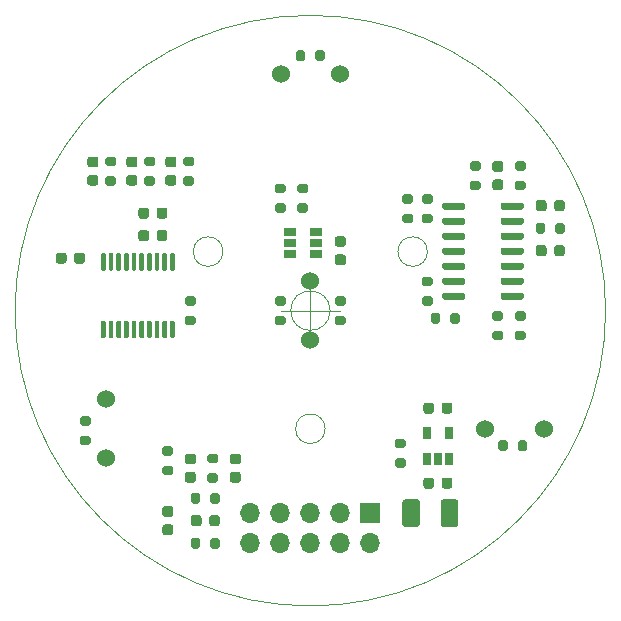
<source format=gbr>
%TF.GenerationSoftware,KiCad,Pcbnew,(5.1.10)-1*%
%TF.CreationDate,2021-07-18T17:44:11+03:00*%
%TF.ProjectId,Flow,466c6f77-2e6b-4696-9361-645f70636258,rev?*%
%TF.SameCoordinates,Original*%
%TF.FileFunction,Soldermask,Top*%
%TF.FilePolarity,Negative*%
%FSLAX46Y46*%
G04 Gerber Fmt 4.6, Leading zero omitted, Abs format (unit mm)*
G04 Created by KiCad (PCBNEW (5.1.10)-1) date 2021-07-18 17:44:11*
%MOMM*%
%LPD*%
G01*
G04 APERTURE LIST*
%TA.AperFunction,Profile*%
%ADD10C,0.050000*%
%TD*%
%ADD11R,1.060000X0.650000*%
%ADD12R,0.650000X1.060000*%
%ADD13C,1.524000*%
%ADD14O,1.700000X1.700000*%
%ADD15R,1.700000X1.700000*%
G04 APERTURE END LIST*
D10*
X-7410254Y5000000D02*
G75*
G03*
X-7410254Y5000000I-1250000J0D01*
G01*
X9910254Y5000000D02*
G75*
G03*
X9910254Y5000000I-1250000J0D01*
G01*
X1250000Y-10000000D02*
G75*
G03*
X1250000Y-10000000I-1250000J0D01*
G01*
X1666666Y0D02*
G75*
G03*
X1666666Y0I-1666666J0D01*
G01*
X-2500000Y0D02*
X2500000Y0D01*
X0Y2500000D02*
X0Y-2500000D01*
X25000000Y0D02*
G75*
G03*
X25000000Y0I-25000000J0D01*
G01*
%TO.C,C4*%
G36*
G01*
X10470000Y-8005000D02*
X10470000Y-8505000D01*
G75*
G02*
X10245000Y-8730000I-225000J0D01*
G01*
X9795000Y-8730000D01*
G75*
G02*
X9570000Y-8505000I0J225000D01*
G01*
X9570000Y-8005000D01*
G75*
G02*
X9795000Y-7780000I225000J0D01*
G01*
X10245000Y-7780000D01*
G75*
G02*
X10470000Y-8005000I0J-225000D01*
G01*
G37*
G36*
G01*
X12020000Y-8005000D02*
X12020000Y-8505000D01*
G75*
G02*
X11795000Y-8730000I-225000J0D01*
G01*
X11345000Y-8730000D01*
G75*
G02*
X11120000Y-8505000I0J225000D01*
G01*
X11120000Y-8005000D01*
G75*
G02*
X11345000Y-7780000I225000J0D01*
G01*
X11795000Y-7780000D01*
G75*
G02*
X12020000Y-8005000I0J-225000D01*
G01*
G37*
%TD*%
%TO.C,U3*%
G36*
G01*
X16100000Y8690000D02*
X16100000Y8990000D01*
G75*
G02*
X16250000Y9140000I150000J0D01*
G01*
X17900000Y9140000D01*
G75*
G02*
X18050000Y8990000I0J-150000D01*
G01*
X18050000Y8690000D01*
G75*
G02*
X17900000Y8540000I-150000J0D01*
G01*
X16250000Y8540000D01*
G75*
G02*
X16100000Y8690000I0J150000D01*
G01*
G37*
G36*
G01*
X16100000Y7420000D02*
X16100000Y7720000D01*
G75*
G02*
X16250000Y7870000I150000J0D01*
G01*
X17900000Y7870000D01*
G75*
G02*
X18050000Y7720000I0J-150000D01*
G01*
X18050000Y7420000D01*
G75*
G02*
X17900000Y7270000I-150000J0D01*
G01*
X16250000Y7270000D01*
G75*
G02*
X16100000Y7420000I0J150000D01*
G01*
G37*
G36*
G01*
X16100000Y6150000D02*
X16100000Y6450000D01*
G75*
G02*
X16250000Y6600000I150000J0D01*
G01*
X17900000Y6600000D01*
G75*
G02*
X18050000Y6450000I0J-150000D01*
G01*
X18050000Y6150000D01*
G75*
G02*
X17900000Y6000000I-150000J0D01*
G01*
X16250000Y6000000D01*
G75*
G02*
X16100000Y6150000I0J150000D01*
G01*
G37*
G36*
G01*
X16100000Y4880000D02*
X16100000Y5180000D01*
G75*
G02*
X16250000Y5330000I150000J0D01*
G01*
X17900000Y5330000D01*
G75*
G02*
X18050000Y5180000I0J-150000D01*
G01*
X18050000Y4880000D01*
G75*
G02*
X17900000Y4730000I-150000J0D01*
G01*
X16250000Y4730000D01*
G75*
G02*
X16100000Y4880000I0J150000D01*
G01*
G37*
G36*
G01*
X16100000Y3610000D02*
X16100000Y3910000D01*
G75*
G02*
X16250000Y4060000I150000J0D01*
G01*
X17900000Y4060000D01*
G75*
G02*
X18050000Y3910000I0J-150000D01*
G01*
X18050000Y3610000D01*
G75*
G02*
X17900000Y3460000I-150000J0D01*
G01*
X16250000Y3460000D01*
G75*
G02*
X16100000Y3610000I0J150000D01*
G01*
G37*
G36*
G01*
X16100000Y2340000D02*
X16100000Y2640000D01*
G75*
G02*
X16250000Y2790000I150000J0D01*
G01*
X17900000Y2790000D01*
G75*
G02*
X18050000Y2640000I0J-150000D01*
G01*
X18050000Y2340000D01*
G75*
G02*
X17900000Y2190000I-150000J0D01*
G01*
X16250000Y2190000D01*
G75*
G02*
X16100000Y2340000I0J150000D01*
G01*
G37*
G36*
G01*
X16100000Y1070000D02*
X16100000Y1370000D01*
G75*
G02*
X16250000Y1520000I150000J0D01*
G01*
X17900000Y1520000D01*
G75*
G02*
X18050000Y1370000I0J-150000D01*
G01*
X18050000Y1070000D01*
G75*
G02*
X17900000Y920000I-150000J0D01*
G01*
X16250000Y920000D01*
G75*
G02*
X16100000Y1070000I0J150000D01*
G01*
G37*
G36*
G01*
X11150000Y1070000D02*
X11150000Y1370000D01*
G75*
G02*
X11300000Y1520000I150000J0D01*
G01*
X12950000Y1520000D01*
G75*
G02*
X13100000Y1370000I0J-150000D01*
G01*
X13100000Y1070000D01*
G75*
G02*
X12950000Y920000I-150000J0D01*
G01*
X11300000Y920000D01*
G75*
G02*
X11150000Y1070000I0J150000D01*
G01*
G37*
G36*
G01*
X11150000Y2340000D02*
X11150000Y2640000D01*
G75*
G02*
X11300000Y2790000I150000J0D01*
G01*
X12950000Y2790000D01*
G75*
G02*
X13100000Y2640000I0J-150000D01*
G01*
X13100000Y2340000D01*
G75*
G02*
X12950000Y2190000I-150000J0D01*
G01*
X11300000Y2190000D01*
G75*
G02*
X11150000Y2340000I0J150000D01*
G01*
G37*
G36*
G01*
X11150000Y3610000D02*
X11150000Y3910000D01*
G75*
G02*
X11300000Y4060000I150000J0D01*
G01*
X12950000Y4060000D01*
G75*
G02*
X13100000Y3910000I0J-150000D01*
G01*
X13100000Y3610000D01*
G75*
G02*
X12950000Y3460000I-150000J0D01*
G01*
X11300000Y3460000D01*
G75*
G02*
X11150000Y3610000I0J150000D01*
G01*
G37*
G36*
G01*
X11150000Y4880000D02*
X11150000Y5180000D01*
G75*
G02*
X11300000Y5330000I150000J0D01*
G01*
X12950000Y5330000D01*
G75*
G02*
X13100000Y5180000I0J-150000D01*
G01*
X13100000Y4880000D01*
G75*
G02*
X12950000Y4730000I-150000J0D01*
G01*
X11300000Y4730000D01*
G75*
G02*
X11150000Y4880000I0J150000D01*
G01*
G37*
G36*
G01*
X11150000Y6150000D02*
X11150000Y6450000D01*
G75*
G02*
X11300000Y6600000I150000J0D01*
G01*
X12950000Y6600000D01*
G75*
G02*
X13100000Y6450000I0J-150000D01*
G01*
X13100000Y6150000D01*
G75*
G02*
X12950000Y6000000I-150000J0D01*
G01*
X11300000Y6000000D01*
G75*
G02*
X11150000Y6150000I0J150000D01*
G01*
G37*
G36*
G01*
X11150000Y7420000D02*
X11150000Y7720000D01*
G75*
G02*
X11300000Y7870000I150000J0D01*
G01*
X12950000Y7870000D01*
G75*
G02*
X13100000Y7720000I0J-150000D01*
G01*
X13100000Y7420000D01*
G75*
G02*
X12950000Y7270000I-150000J0D01*
G01*
X11300000Y7270000D01*
G75*
G02*
X11150000Y7420000I0J150000D01*
G01*
G37*
G36*
G01*
X11150000Y8690000D02*
X11150000Y8990000D01*
G75*
G02*
X11300000Y9140000I150000J0D01*
G01*
X12950000Y9140000D01*
G75*
G02*
X13100000Y8990000I0J-150000D01*
G01*
X13100000Y8690000D01*
G75*
G02*
X12950000Y8540000I-150000J0D01*
G01*
X11300000Y8540000D01*
G75*
G02*
X11150000Y8690000I0J150000D01*
G01*
G37*
%TD*%
D11*
%TO.C,U1*%
X465000Y5715000D03*
X465000Y6665000D03*
X465000Y4765000D03*
X-1735000Y4765000D03*
X-1735000Y5715000D03*
X-1735000Y6665000D03*
%TD*%
%TO.C,C2*%
G36*
G01*
X11035000Y-18070000D02*
X11035000Y-16220000D01*
G75*
G02*
X11285000Y-15970000I250000J0D01*
G01*
X12285000Y-15970000D01*
G75*
G02*
X12535000Y-16220000I0J-250000D01*
G01*
X12535000Y-18070000D01*
G75*
G02*
X12285000Y-18320000I-250000J0D01*
G01*
X11285000Y-18320000D01*
G75*
G02*
X11035000Y-18070000I0J250000D01*
G01*
G37*
G36*
G01*
X7785000Y-18070000D02*
X7785000Y-16220000D01*
G75*
G02*
X8035000Y-15970000I250000J0D01*
G01*
X9035000Y-15970000D01*
G75*
G02*
X9285000Y-16220000I0J-250000D01*
G01*
X9285000Y-18070000D01*
G75*
G02*
X9035000Y-18320000I-250000J0D01*
G01*
X8035000Y-18320000D01*
G75*
G02*
X7785000Y-18070000I0J250000D01*
G01*
G37*
%TD*%
%TO.C,U4*%
G36*
G01*
X-11780000Y-855000D02*
X-11580000Y-855000D01*
G75*
G02*
X-11480000Y-955000I0J-100000D01*
G01*
X-11480000Y-2230000D01*
G75*
G02*
X-11580000Y-2330000I-100000J0D01*
G01*
X-11780000Y-2330000D01*
G75*
G02*
X-11880000Y-2230000I0J100000D01*
G01*
X-11880000Y-955000D01*
G75*
G02*
X-11780000Y-855000I100000J0D01*
G01*
G37*
G36*
G01*
X-12430000Y-855000D02*
X-12230000Y-855000D01*
G75*
G02*
X-12130000Y-955000I0J-100000D01*
G01*
X-12130000Y-2230000D01*
G75*
G02*
X-12230000Y-2330000I-100000J0D01*
G01*
X-12430000Y-2330000D01*
G75*
G02*
X-12530000Y-2230000I0J100000D01*
G01*
X-12530000Y-955000D01*
G75*
G02*
X-12430000Y-855000I100000J0D01*
G01*
G37*
G36*
G01*
X-13080000Y-855000D02*
X-12880000Y-855000D01*
G75*
G02*
X-12780000Y-955000I0J-100000D01*
G01*
X-12780000Y-2230000D01*
G75*
G02*
X-12880000Y-2330000I-100000J0D01*
G01*
X-13080000Y-2330000D01*
G75*
G02*
X-13180000Y-2230000I0J100000D01*
G01*
X-13180000Y-955000D01*
G75*
G02*
X-13080000Y-855000I100000J0D01*
G01*
G37*
G36*
G01*
X-13730000Y-855000D02*
X-13530000Y-855000D01*
G75*
G02*
X-13430000Y-955000I0J-100000D01*
G01*
X-13430000Y-2230000D01*
G75*
G02*
X-13530000Y-2330000I-100000J0D01*
G01*
X-13730000Y-2330000D01*
G75*
G02*
X-13830000Y-2230000I0J100000D01*
G01*
X-13830000Y-955000D01*
G75*
G02*
X-13730000Y-855000I100000J0D01*
G01*
G37*
G36*
G01*
X-14380000Y-855000D02*
X-14180000Y-855000D01*
G75*
G02*
X-14080000Y-955000I0J-100000D01*
G01*
X-14080000Y-2230000D01*
G75*
G02*
X-14180000Y-2330000I-100000J0D01*
G01*
X-14380000Y-2330000D01*
G75*
G02*
X-14480000Y-2230000I0J100000D01*
G01*
X-14480000Y-955000D01*
G75*
G02*
X-14380000Y-855000I100000J0D01*
G01*
G37*
G36*
G01*
X-15030000Y-855000D02*
X-14830000Y-855000D01*
G75*
G02*
X-14730000Y-955000I0J-100000D01*
G01*
X-14730000Y-2230000D01*
G75*
G02*
X-14830000Y-2330000I-100000J0D01*
G01*
X-15030000Y-2330000D01*
G75*
G02*
X-15130000Y-2230000I0J100000D01*
G01*
X-15130000Y-955000D01*
G75*
G02*
X-15030000Y-855000I100000J0D01*
G01*
G37*
G36*
G01*
X-15680000Y-855000D02*
X-15480000Y-855000D01*
G75*
G02*
X-15380000Y-955000I0J-100000D01*
G01*
X-15380000Y-2230000D01*
G75*
G02*
X-15480000Y-2330000I-100000J0D01*
G01*
X-15680000Y-2330000D01*
G75*
G02*
X-15780000Y-2230000I0J100000D01*
G01*
X-15780000Y-955000D01*
G75*
G02*
X-15680000Y-855000I100000J0D01*
G01*
G37*
G36*
G01*
X-16330000Y-855000D02*
X-16130000Y-855000D01*
G75*
G02*
X-16030000Y-955000I0J-100000D01*
G01*
X-16030000Y-2230000D01*
G75*
G02*
X-16130000Y-2330000I-100000J0D01*
G01*
X-16330000Y-2330000D01*
G75*
G02*
X-16430000Y-2230000I0J100000D01*
G01*
X-16430000Y-955000D01*
G75*
G02*
X-16330000Y-855000I100000J0D01*
G01*
G37*
G36*
G01*
X-16980000Y-855000D02*
X-16780000Y-855000D01*
G75*
G02*
X-16680000Y-955000I0J-100000D01*
G01*
X-16680000Y-2230000D01*
G75*
G02*
X-16780000Y-2330000I-100000J0D01*
G01*
X-16980000Y-2330000D01*
G75*
G02*
X-17080000Y-2230000I0J100000D01*
G01*
X-17080000Y-955000D01*
G75*
G02*
X-16980000Y-855000I100000J0D01*
G01*
G37*
G36*
G01*
X-17630000Y-855000D02*
X-17430000Y-855000D01*
G75*
G02*
X-17330000Y-955000I0J-100000D01*
G01*
X-17330000Y-2230000D01*
G75*
G02*
X-17430000Y-2330000I-100000J0D01*
G01*
X-17630000Y-2330000D01*
G75*
G02*
X-17730000Y-2230000I0J100000D01*
G01*
X-17730000Y-955000D01*
G75*
G02*
X-17630000Y-855000I100000J0D01*
G01*
G37*
G36*
G01*
X-17630000Y4870000D02*
X-17430000Y4870000D01*
G75*
G02*
X-17330000Y4770000I0J-100000D01*
G01*
X-17330000Y3495000D01*
G75*
G02*
X-17430000Y3395000I-100000J0D01*
G01*
X-17630000Y3395000D01*
G75*
G02*
X-17730000Y3495000I0J100000D01*
G01*
X-17730000Y4770000D01*
G75*
G02*
X-17630000Y4870000I100000J0D01*
G01*
G37*
G36*
G01*
X-16980000Y4870000D02*
X-16780000Y4870000D01*
G75*
G02*
X-16680000Y4770000I0J-100000D01*
G01*
X-16680000Y3495000D01*
G75*
G02*
X-16780000Y3395000I-100000J0D01*
G01*
X-16980000Y3395000D01*
G75*
G02*
X-17080000Y3495000I0J100000D01*
G01*
X-17080000Y4770000D01*
G75*
G02*
X-16980000Y4870000I100000J0D01*
G01*
G37*
G36*
G01*
X-16330000Y4870000D02*
X-16130000Y4870000D01*
G75*
G02*
X-16030000Y4770000I0J-100000D01*
G01*
X-16030000Y3495000D01*
G75*
G02*
X-16130000Y3395000I-100000J0D01*
G01*
X-16330000Y3395000D01*
G75*
G02*
X-16430000Y3495000I0J100000D01*
G01*
X-16430000Y4770000D01*
G75*
G02*
X-16330000Y4870000I100000J0D01*
G01*
G37*
G36*
G01*
X-15680000Y4870000D02*
X-15480000Y4870000D01*
G75*
G02*
X-15380000Y4770000I0J-100000D01*
G01*
X-15380000Y3495000D01*
G75*
G02*
X-15480000Y3395000I-100000J0D01*
G01*
X-15680000Y3395000D01*
G75*
G02*
X-15780000Y3495000I0J100000D01*
G01*
X-15780000Y4770000D01*
G75*
G02*
X-15680000Y4870000I100000J0D01*
G01*
G37*
G36*
G01*
X-15030000Y4870000D02*
X-14830000Y4870000D01*
G75*
G02*
X-14730000Y4770000I0J-100000D01*
G01*
X-14730000Y3495000D01*
G75*
G02*
X-14830000Y3395000I-100000J0D01*
G01*
X-15030000Y3395000D01*
G75*
G02*
X-15130000Y3495000I0J100000D01*
G01*
X-15130000Y4770000D01*
G75*
G02*
X-15030000Y4870000I100000J0D01*
G01*
G37*
G36*
G01*
X-14380000Y4870000D02*
X-14180000Y4870000D01*
G75*
G02*
X-14080000Y4770000I0J-100000D01*
G01*
X-14080000Y3495000D01*
G75*
G02*
X-14180000Y3395000I-100000J0D01*
G01*
X-14380000Y3395000D01*
G75*
G02*
X-14480000Y3495000I0J100000D01*
G01*
X-14480000Y4770000D01*
G75*
G02*
X-14380000Y4870000I100000J0D01*
G01*
G37*
G36*
G01*
X-13730000Y4870000D02*
X-13530000Y4870000D01*
G75*
G02*
X-13430000Y4770000I0J-100000D01*
G01*
X-13430000Y3495000D01*
G75*
G02*
X-13530000Y3395000I-100000J0D01*
G01*
X-13730000Y3395000D01*
G75*
G02*
X-13830000Y3495000I0J100000D01*
G01*
X-13830000Y4770000D01*
G75*
G02*
X-13730000Y4870000I100000J0D01*
G01*
G37*
G36*
G01*
X-13080000Y4870000D02*
X-12880000Y4870000D01*
G75*
G02*
X-12780000Y4770000I0J-100000D01*
G01*
X-12780000Y3495000D01*
G75*
G02*
X-12880000Y3395000I-100000J0D01*
G01*
X-13080000Y3395000D01*
G75*
G02*
X-13180000Y3495000I0J100000D01*
G01*
X-13180000Y4770000D01*
G75*
G02*
X-13080000Y4870000I100000J0D01*
G01*
G37*
G36*
G01*
X-12430000Y4870000D02*
X-12230000Y4870000D01*
G75*
G02*
X-12130000Y4770000I0J-100000D01*
G01*
X-12130000Y3495000D01*
G75*
G02*
X-12230000Y3395000I-100000J0D01*
G01*
X-12430000Y3395000D01*
G75*
G02*
X-12530000Y3495000I0J100000D01*
G01*
X-12530000Y4770000D01*
G75*
G02*
X-12430000Y4870000I100000J0D01*
G01*
G37*
G36*
G01*
X-11780000Y4870000D02*
X-11580000Y4870000D01*
G75*
G02*
X-11480000Y4770000I0J-100000D01*
G01*
X-11480000Y3495000D01*
G75*
G02*
X-11580000Y3395000I-100000J0D01*
G01*
X-11780000Y3395000D01*
G75*
G02*
X-11880000Y3495000I0J100000D01*
G01*
X-11880000Y4770000D01*
G75*
G02*
X-11780000Y4870000I100000J0D01*
G01*
G37*
%TD*%
D12*
%TO.C,U2*%
X9845000Y-10330000D03*
X11745000Y-10330000D03*
X11745000Y-12530000D03*
X10795000Y-12530000D03*
X9845000Y-12530000D03*
%TD*%
%TO.C,R25*%
G36*
G01*
X-7980000Y-12910000D02*
X-8530000Y-12910000D01*
G75*
G02*
X-8730000Y-12710000I0J200000D01*
G01*
X-8730000Y-12310000D01*
G75*
G02*
X-8530000Y-12110000I200000J0D01*
G01*
X-7980000Y-12110000D01*
G75*
G02*
X-7780000Y-12310000I0J-200000D01*
G01*
X-7780000Y-12710000D01*
G75*
G02*
X-7980000Y-12910000I-200000J0D01*
G01*
G37*
G36*
G01*
X-7980000Y-14560000D02*
X-8530000Y-14560000D01*
G75*
G02*
X-8730000Y-14360000I0J200000D01*
G01*
X-8730000Y-13960000D01*
G75*
G02*
X-8530000Y-13760000I200000J0D01*
G01*
X-7980000Y-13760000D01*
G75*
G02*
X-7780000Y-13960000I0J-200000D01*
G01*
X-7780000Y-14360000D01*
G75*
G02*
X-7980000Y-14560000I-200000J0D01*
G01*
G37*
%TD*%
%TO.C,R24*%
G36*
G01*
X-8465000Y-19960000D02*
X-8465000Y-19410000D01*
G75*
G02*
X-8265000Y-19210000I200000J0D01*
G01*
X-7865000Y-19210000D01*
G75*
G02*
X-7665000Y-19410000I0J-200000D01*
G01*
X-7665000Y-19960000D01*
G75*
G02*
X-7865000Y-20160000I-200000J0D01*
G01*
X-8265000Y-20160000D01*
G75*
G02*
X-8465000Y-19960000I0J200000D01*
G01*
G37*
G36*
G01*
X-10115000Y-19960000D02*
X-10115000Y-19410000D01*
G75*
G02*
X-9915000Y-19210000I200000J0D01*
G01*
X-9515000Y-19210000D01*
G75*
G02*
X-9315000Y-19410000I0J-200000D01*
G01*
X-9315000Y-19960000D01*
G75*
G02*
X-9515000Y-20160000I-200000J0D01*
G01*
X-9915000Y-20160000D01*
G75*
G02*
X-10115000Y-19960000I0J200000D01*
G01*
G37*
%TD*%
%TO.C,R23*%
G36*
G01*
X-11790000Y-12275000D02*
X-12340000Y-12275000D01*
G75*
G02*
X-12540000Y-12075000I0J200000D01*
G01*
X-12540000Y-11675000D01*
G75*
G02*
X-12340000Y-11475000I200000J0D01*
G01*
X-11790000Y-11475000D01*
G75*
G02*
X-11590000Y-11675000I0J-200000D01*
G01*
X-11590000Y-12075000D01*
G75*
G02*
X-11790000Y-12275000I-200000J0D01*
G01*
G37*
G36*
G01*
X-11790000Y-13925000D02*
X-12340000Y-13925000D01*
G75*
G02*
X-12540000Y-13725000I0J200000D01*
G01*
X-12540000Y-13325000D01*
G75*
G02*
X-12340000Y-13125000I200000J0D01*
G01*
X-11790000Y-13125000D01*
G75*
G02*
X-11590000Y-13325000I0J-200000D01*
G01*
X-11590000Y-13725000D01*
G75*
G02*
X-11790000Y-13925000I-200000J0D01*
G01*
G37*
%TD*%
%TO.C,R22*%
G36*
G01*
X-9315000Y-15600000D02*
X-9315000Y-16150000D01*
G75*
G02*
X-9515000Y-16350000I-200000J0D01*
G01*
X-9915000Y-16350000D01*
G75*
G02*
X-10115000Y-16150000I0J200000D01*
G01*
X-10115000Y-15600000D01*
G75*
G02*
X-9915000Y-15400000I200000J0D01*
G01*
X-9515000Y-15400000D01*
G75*
G02*
X-9315000Y-15600000I0J-200000D01*
G01*
G37*
G36*
G01*
X-7665000Y-15600000D02*
X-7665000Y-16150000D01*
G75*
G02*
X-7865000Y-16350000I-200000J0D01*
G01*
X-8265000Y-16350000D01*
G75*
G02*
X-8465000Y-16150000I0J200000D01*
G01*
X-8465000Y-15600000D01*
G75*
G02*
X-8265000Y-15400000I200000J0D01*
G01*
X-7865000Y-15400000D01*
G75*
G02*
X-7665000Y-15600000I0J-200000D01*
G01*
G37*
%TD*%
%TO.C,R21*%
G36*
G01*
X-10012000Y12236000D02*
X-10562000Y12236000D01*
G75*
G02*
X-10762000Y12436000I0J200000D01*
G01*
X-10762000Y12836000D01*
G75*
G02*
X-10562000Y13036000I200000J0D01*
G01*
X-10012000Y13036000D01*
G75*
G02*
X-9812000Y12836000I0J-200000D01*
G01*
X-9812000Y12436000D01*
G75*
G02*
X-10012000Y12236000I-200000J0D01*
G01*
G37*
G36*
G01*
X-10012000Y10586000D02*
X-10562000Y10586000D01*
G75*
G02*
X-10762000Y10786000I0J200000D01*
G01*
X-10762000Y11186000D01*
G75*
G02*
X-10562000Y11386000I200000J0D01*
G01*
X-10012000Y11386000D01*
G75*
G02*
X-9812000Y11186000I0J-200000D01*
G01*
X-9812000Y10786000D01*
G75*
G02*
X-10012000Y10586000I-200000J0D01*
G01*
G37*
%TD*%
%TO.C,R20*%
G36*
G01*
X-16616000Y12236000D02*
X-17166000Y12236000D01*
G75*
G02*
X-17366000Y12436000I0J200000D01*
G01*
X-17366000Y12836000D01*
G75*
G02*
X-17166000Y13036000I200000J0D01*
G01*
X-16616000Y13036000D01*
G75*
G02*
X-16416000Y12836000I0J-200000D01*
G01*
X-16416000Y12436000D01*
G75*
G02*
X-16616000Y12236000I-200000J0D01*
G01*
G37*
G36*
G01*
X-16616000Y10586000D02*
X-17166000Y10586000D01*
G75*
G02*
X-17366000Y10786000I0J200000D01*
G01*
X-17366000Y11186000D01*
G75*
G02*
X-17166000Y11386000I200000J0D01*
G01*
X-16616000Y11386000D01*
G75*
G02*
X-16416000Y11186000I0J-200000D01*
G01*
X-16416000Y10786000D01*
G75*
G02*
X-16616000Y10586000I-200000J0D01*
G01*
G37*
%TD*%
%TO.C,R19*%
G36*
G01*
X-13314000Y12236000D02*
X-13864000Y12236000D01*
G75*
G02*
X-14064000Y12436000I0J200000D01*
G01*
X-14064000Y12836000D01*
G75*
G02*
X-13864000Y13036000I200000J0D01*
G01*
X-13314000Y13036000D01*
G75*
G02*
X-13114000Y12836000I0J-200000D01*
G01*
X-13114000Y12436000D01*
G75*
G02*
X-13314000Y12236000I-200000J0D01*
G01*
G37*
G36*
G01*
X-13314000Y10586000D02*
X-13864000Y10586000D01*
G75*
G02*
X-14064000Y10786000I0J200000D01*
G01*
X-14064000Y11186000D01*
G75*
G02*
X-13864000Y11386000I200000J0D01*
G01*
X-13314000Y11386000D01*
G75*
G02*
X-13114000Y11186000I0J-200000D01*
G01*
X-13114000Y10786000D01*
G75*
G02*
X-13314000Y10586000I-200000J0D01*
G01*
G37*
%TD*%
%TO.C,R18*%
G36*
G01*
X8530000Y9061000D02*
X7980000Y9061000D01*
G75*
G02*
X7780000Y9261000I0J200000D01*
G01*
X7780000Y9661000D01*
G75*
G02*
X7980000Y9861000I200000J0D01*
G01*
X8530000Y9861000D01*
G75*
G02*
X8730000Y9661000I0J-200000D01*
G01*
X8730000Y9261000D01*
G75*
G02*
X8530000Y9061000I-200000J0D01*
G01*
G37*
G36*
G01*
X8530000Y7411000D02*
X7980000Y7411000D01*
G75*
G02*
X7780000Y7611000I0J200000D01*
G01*
X7780000Y8011000D01*
G75*
G02*
X7980000Y8211000I200000J0D01*
G01*
X8530000Y8211000D01*
G75*
G02*
X8730000Y8011000I0J-200000D01*
G01*
X8730000Y7611000D01*
G75*
G02*
X8530000Y7411000I-200000J0D01*
G01*
G37*
%TD*%
%TO.C,R17*%
G36*
G01*
X15600000Y-1695000D02*
X16150000Y-1695000D01*
G75*
G02*
X16350000Y-1895000I0J-200000D01*
G01*
X16350000Y-2295000D01*
G75*
G02*
X16150000Y-2495000I-200000J0D01*
G01*
X15600000Y-2495000D01*
G75*
G02*
X15400000Y-2295000I0J200000D01*
G01*
X15400000Y-1895000D01*
G75*
G02*
X15600000Y-1695000I200000J0D01*
G01*
G37*
G36*
G01*
X15600000Y-45000D02*
X16150000Y-45000D01*
G75*
G02*
X16350000Y-245000I0J-200000D01*
G01*
X16350000Y-645000D01*
G75*
G02*
X16150000Y-845000I-200000J0D01*
G01*
X15600000Y-845000D01*
G75*
G02*
X15400000Y-645000I0J200000D01*
G01*
X15400000Y-245000D01*
G75*
G02*
X15600000Y-45000I200000J0D01*
G01*
G37*
%TD*%
%TO.C,R16*%
G36*
G01*
X11855000Y-910000D02*
X11855000Y-360000D01*
G75*
G02*
X12055000Y-160000I200000J0D01*
G01*
X12455000Y-160000D01*
G75*
G02*
X12655000Y-360000I0J-200000D01*
G01*
X12655000Y-910000D01*
G75*
G02*
X12455000Y-1110000I-200000J0D01*
G01*
X12055000Y-1110000D01*
G75*
G02*
X11855000Y-910000I0J200000D01*
G01*
G37*
G36*
G01*
X10205000Y-910000D02*
X10205000Y-360000D01*
G75*
G02*
X10405000Y-160000I200000J0D01*
G01*
X10805000Y-160000D01*
G75*
G02*
X11005000Y-360000I0J-200000D01*
G01*
X11005000Y-910000D01*
G75*
G02*
X10805000Y-1110000I-200000J0D01*
G01*
X10405000Y-1110000D01*
G75*
G02*
X10205000Y-910000I0J200000D01*
G01*
G37*
%TD*%
%TO.C,R15*%
G36*
G01*
X10181000Y9061000D02*
X9631000Y9061000D01*
G75*
G02*
X9431000Y9261000I0J200000D01*
G01*
X9431000Y9661000D01*
G75*
G02*
X9631000Y9861000I200000J0D01*
G01*
X10181000Y9861000D01*
G75*
G02*
X10381000Y9661000I0J-200000D01*
G01*
X10381000Y9261000D01*
G75*
G02*
X10181000Y9061000I-200000J0D01*
G01*
G37*
G36*
G01*
X10181000Y7411000D02*
X9631000Y7411000D01*
G75*
G02*
X9431000Y7611000I0J200000D01*
G01*
X9431000Y8011000D01*
G75*
G02*
X9631000Y8211000I200000J0D01*
G01*
X10181000Y8211000D01*
G75*
G02*
X10381000Y8011000I0J-200000D01*
G01*
X10381000Y7611000D01*
G75*
G02*
X10181000Y7411000I-200000J0D01*
G01*
G37*
%TD*%
%TO.C,R14*%
G36*
G01*
X17505000Y-1695000D02*
X18055000Y-1695000D01*
G75*
G02*
X18255000Y-1895000I0J-200000D01*
G01*
X18255000Y-2295000D01*
G75*
G02*
X18055000Y-2495000I-200000J0D01*
G01*
X17505000Y-2495000D01*
G75*
G02*
X17305000Y-2295000I0J200000D01*
G01*
X17305000Y-1895000D01*
G75*
G02*
X17505000Y-1695000I200000J0D01*
G01*
G37*
G36*
G01*
X17505000Y-45000D02*
X18055000Y-45000D01*
G75*
G02*
X18255000Y-245000I0J-200000D01*
G01*
X18255000Y-645000D01*
G75*
G02*
X18055000Y-845000I-200000J0D01*
G01*
X17505000Y-845000D01*
G75*
G02*
X17305000Y-645000I0J200000D01*
G01*
X17305000Y-245000D01*
G75*
G02*
X17505000Y-45000I200000J0D01*
G01*
G37*
%TD*%
%TO.C,R13*%
G36*
G01*
X9631000Y1226000D02*
X10181000Y1226000D01*
G75*
G02*
X10381000Y1026000I0J-200000D01*
G01*
X10381000Y626000D01*
G75*
G02*
X10181000Y426000I-200000J0D01*
G01*
X9631000Y426000D01*
G75*
G02*
X9431000Y626000I0J200000D01*
G01*
X9431000Y1026000D01*
G75*
G02*
X9631000Y1226000I200000J0D01*
G01*
G37*
G36*
G01*
X9631000Y2876000D02*
X10181000Y2876000D01*
G75*
G02*
X10381000Y2676000I0J-200000D01*
G01*
X10381000Y2276000D01*
G75*
G02*
X10181000Y2076000I-200000J0D01*
G01*
X9631000Y2076000D01*
G75*
G02*
X9431000Y2276000I0J200000D01*
G01*
X9431000Y2676000D01*
G75*
G02*
X9631000Y2876000I200000J0D01*
G01*
G37*
%TD*%
%TO.C,R12*%
G36*
G01*
X19895000Y7260000D02*
X19895000Y6710000D01*
G75*
G02*
X19695000Y6510000I-200000J0D01*
G01*
X19295000Y6510000D01*
G75*
G02*
X19095000Y6710000I0J200000D01*
G01*
X19095000Y7260000D01*
G75*
G02*
X19295000Y7460000I200000J0D01*
G01*
X19695000Y7460000D01*
G75*
G02*
X19895000Y7260000I0J-200000D01*
G01*
G37*
G36*
G01*
X21545000Y7260000D02*
X21545000Y6710000D01*
G75*
G02*
X21345000Y6510000I-200000J0D01*
G01*
X20945000Y6510000D01*
G75*
G02*
X20745000Y6710000I0J200000D01*
G01*
X20745000Y7260000D01*
G75*
G02*
X20945000Y7460000I200000J0D01*
G01*
X21345000Y7460000D01*
G75*
G02*
X21545000Y7260000I0J-200000D01*
G01*
G37*
%TD*%
%TO.C,R11*%
G36*
G01*
X-9885000Y425000D02*
X-10435000Y425000D01*
G75*
G02*
X-10635000Y625000I0J200000D01*
G01*
X-10635000Y1025000D01*
G75*
G02*
X-10435000Y1225000I200000J0D01*
G01*
X-9885000Y1225000D01*
G75*
G02*
X-9685000Y1025000I0J-200000D01*
G01*
X-9685000Y625000D01*
G75*
G02*
X-9885000Y425000I-200000J0D01*
G01*
G37*
G36*
G01*
X-9885000Y-1225000D02*
X-10435000Y-1225000D01*
G75*
G02*
X-10635000Y-1025000I0J200000D01*
G01*
X-10635000Y-625000D01*
G75*
G02*
X-10435000Y-425000I200000J0D01*
G01*
X-9885000Y-425000D01*
G75*
G02*
X-9685000Y-625000I0J-200000D01*
G01*
X-9685000Y-1025000D01*
G75*
G02*
X-9885000Y-1225000I-200000J0D01*
G01*
G37*
%TD*%
%TO.C,R10*%
G36*
G01*
X18055000Y11855000D02*
X17505000Y11855000D01*
G75*
G02*
X17305000Y12055000I0J200000D01*
G01*
X17305000Y12455000D01*
G75*
G02*
X17505000Y12655000I200000J0D01*
G01*
X18055000Y12655000D01*
G75*
G02*
X18255000Y12455000I0J-200000D01*
G01*
X18255000Y12055000D01*
G75*
G02*
X18055000Y11855000I-200000J0D01*
G01*
G37*
G36*
G01*
X18055000Y10205000D02*
X17505000Y10205000D01*
G75*
G02*
X17305000Y10405000I0J200000D01*
G01*
X17305000Y10805000D01*
G75*
G02*
X17505000Y11005000I200000J0D01*
G01*
X18055000Y11005000D01*
G75*
G02*
X18255000Y10805000I0J-200000D01*
G01*
X18255000Y10405000D01*
G75*
G02*
X18055000Y10205000I-200000J0D01*
G01*
G37*
%TD*%
%TO.C,R9*%
G36*
G01*
X13695000Y11005000D02*
X14245000Y11005000D01*
G75*
G02*
X14445000Y10805000I0J-200000D01*
G01*
X14445000Y10405000D01*
G75*
G02*
X14245000Y10205000I-200000J0D01*
G01*
X13695000Y10205000D01*
G75*
G02*
X13495000Y10405000I0J200000D01*
G01*
X13495000Y10805000D01*
G75*
G02*
X13695000Y11005000I200000J0D01*
G01*
G37*
G36*
G01*
X13695000Y12655000D02*
X14245000Y12655000D01*
G75*
G02*
X14445000Y12455000I0J-200000D01*
G01*
X14445000Y12055000D01*
G75*
G02*
X14245000Y11855000I-200000J0D01*
G01*
X13695000Y11855000D01*
G75*
G02*
X13495000Y12055000I0J200000D01*
G01*
X13495000Y12455000D01*
G75*
G02*
X13695000Y12655000I200000J0D01*
G01*
G37*
%TD*%
%TO.C,R8*%
G36*
G01*
X7345000Y-12490000D02*
X7895000Y-12490000D01*
G75*
G02*
X8095000Y-12690000I0J-200000D01*
G01*
X8095000Y-13090000D01*
G75*
G02*
X7895000Y-13290000I-200000J0D01*
G01*
X7345000Y-13290000D01*
G75*
G02*
X7145000Y-13090000I0J200000D01*
G01*
X7145000Y-12690000D01*
G75*
G02*
X7345000Y-12490000I200000J0D01*
G01*
G37*
G36*
G01*
X7345000Y-10840000D02*
X7895000Y-10840000D01*
G75*
G02*
X8095000Y-11040000I0J-200000D01*
G01*
X8095000Y-11440000D01*
G75*
G02*
X7895000Y-11640000I-200000J0D01*
G01*
X7345000Y-11640000D01*
G75*
G02*
X7145000Y-11440000I0J200000D01*
G01*
X7145000Y-11040000D01*
G75*
G02*
X7345000Y-10840000I200000J0D01*
G01*
G37*
%TD*%
%TO.C,R7*%
G36*
G01*
X-2815000Y9100000D02*
X-2265000Y9100000D01*
G75*
G02*
X-2065000Y8900000I0J-200000D01*
G01*
X-2065000Y8500000D01*
G75*
G02*
X-2265000Y8300000I-200000J0D01*
G01*
X-2815000Y8300000D01*
G75*
G02*
X-3015000Y8500000I0J200000D01*
G01*
X-3015000Y8900000D01*
G75*
G02*
X-2815000Y9100000I200000J0D01*
G01*
G37*
G36*
G01*
X-2815000Y10750000D02*
X-2265000Y10750000D01*
G75*
G02*
X-2065000Y10550000I0J-200000D01*
G01*
X-2065000Y10150000D01*
G75*
G02*
X-2265000Y9950000I-200000J0D01*
G01*
X-2815000Y9950000D01*
G75*
G02*
X-3015000Y10150000I0J200000D01*
G01*
X-3015000Y10550000D01*
G75*
G02*
X-2815000Y10750000I200000J0D01*
G01*
G37*
%TD*%
%TO.C,R6*%
G36*
G01*
X-910000Y9100000D02*
X-360000Y9100000D01*
G75*
G02*
X-160000Y8900000I0J-200000D01*
G01*
X-160000Y8500000D01*
G75*
G02*
X-360000Y8300000I-200000J0D01*
G01*
X-910000Y8300000D01*
G75*
G02*
X-1110000Y8500000I0J200000D01*
G01*
X-1110000Y8900000D01*
G75*
G02*
X-910000Y9100000I200000J0D01*
G01*
G37*
G36*
G01*
X-910000Y10750000D02*
X-360000Y10750000D01*
G75*
G02*
X-160000Y10550000I0J-200000D01*
G01*
X-160000Y10150000D01*
G75*
G02*
X-360000Y9950000I-200000J0D01*
G01*
X-910000Y9950000D01*
G75*
G02*
X-1110000Y10150000I0J200000D01*
G01*
X-1110000Y10550000D01*
G75*
G02*
X-910000Y10750000I200000J0D01*
G01*
G37*
%TD*%
%TO.C,R5*%
G36*
G01*
X2265000Y-425000D02*
X2815000Y-425000D01*
G75*
G02*
X3015000Y-625000I0J-200000D01*
G01*
X3015000Y-1025000D01*
G75*
G02*
X2815000Y-1225000I-200000J0D01*
G01*
X2265000Y-1225000D01*
G75*
G02*
X2065000Y-1025000I0J200000D01*
G01*
X2065000Y-625000D01*
G75*
G02*
X2265000Y-425000I200000J0D01*
G01*
G37*
G36*
G01*
X2265000Y1225000D02*
X2815000Y1225000D01*
G75*
G02*
X3015000Y1025000I0J-200000D01*
G01*
X3015000Y625000D01*
G75*
G02*
X2815000Y425000I-200000J0D01*
G01*
X2265000Y425000D01*
G75*
G02*
X2065000Y625000I0J200000D01*
G01*
X2065000Y1025000D01*
G75*
G02*
X2265000Y1225000I200000J0D01*
G01*
G37*
%TD*%
%TO.C,R4*%
G36*
G01*
X-2815000Y-425000D02*
X-2265000Y-425000D01*
G75*
G02*
X-2065000Y-625000I0J-200000D01*
G01*
X-2065000Y-1025000D01*
G75*
G02*
X-2265000Y-1225000I-200000J0D01*
G01*
X-2815000Y-1225000D01*
G75*
G02*
X-3015000Y-1025000I0J200000D01*
G01*
X-3015000Y-625000D01*
G75*
G02*
X-2815000Y-425000I200000J0D01*
G01*
G37*
G36*
G01*
X-2815000Y1225000D02*
X-2265000Y1225000D01*
G75*
G02*
X-2065000Y1025000I0J-200000D01*
G01*
X-2065000Y625000D01*
G75*
G02*
X-2265000Y425000I-200000J0D01*
G01*
X-2815000Y425000D01*
G75*
G02*
X-3015000Y625000I0J200000D01*
G01*
X-3015000Y1025000D01*
G75*
G02*
X-2815000Y1225000I200000J0D01*
G01*
G37*
%TD*%
%TO.C,R3*%
G36*
G01*
X-19325000Y-10585000D02*
X-18775000Y-10585000D01*
G75*
G02*
X-18575000Y-10785000I0J-200000D01*
G01*
X-18575000Y-11185000D01*
G75*
G02*
X-18775000Y-11385000I-200000J0D01*
G01*
X-19325000Y-11385000D01*
G75*
G02*
X-19525000Y-11185000I0J200000D01*
G01*
X-19525000Y-10785000D01*
G75*
G02*
X-19325000Y-10585000I200000J0D01*
G01*
G37*
G36*
G01*
X-19325000Y-8935000D02*
X-18775000Y-8935000D01*
G75*
G02*
X-18575000Y-9135000I0J-200000D01*
G01*
X-18575000Y-9535000D01*
G75*
G02*
X-18775000Y-9735000I-200000J0D01*
G01*
X-19325000Y-9735000D01*
G75*
G02*
X-19525000Y-9535000I0J200000D01*
G01*
X-19525000Y-9135000D01*
G75*
G02*
X-19325000Y-8935000I200000J0D01*
G01*
G37*
%TD*%
%TO.C,R2*%
G36*
G01*
X425000Y21315000D02*
X425000Y21865000D01*
G75*
G02*
X625000Y22065000I200000J0D01*
G01*
X1025000Y22065000D01*
G75*
G02*
X1225000Y21865000I0J-200000D01*
G01*
X1225000Y21315000D01*
G75*
G02*
X1025000Y21115000I-200000J0D01*
G01*
X625000Y21115000D01*
G75*
G02*
X425000Y21315000I0J200000D01*
G01*
G37*
G36*
G01*
X-1225000Y21315000D02*
X-1225000Y21865000D01*
G75*
G02*
X-1025000Y22065000I200000J0D01*
G01*
X-625000Y22065000D01*
G75*
G02*
X-425000Y21865000I0J-200000D01*
G01*
X-425000Y21315000D01*
G75*
G02*
X-625000Y21115000I-200000J0D01*
G01*
X-1025000Y21115000D01*
G75*
G02*
X-1225000Y21315000I0J200000D01*
G01*
G37*
%TD*%
%TO.C,R1*%
G36*
G01*
X16720000Y-11155000D02*
X16720000Y-11705000D01*
G75*
G02*
X16520000Y-11905000I-200000J0D01*
G01*
X16120000Y-11905000D01*
G75*
G02*
X15920000Y-11705000I0J200000D01*
G01*
X15920000Y-11155000D01*
G75*
G02*
X16120000Y-10955000I200000J0D01*
G01*
X16520000Y-10955000D01*
G75*
G02*
X16720000Y-11155000I0J-200000D01*
G01*
G37*
G36*
G01*
X18370000Y-11155000D02*
X18370000Y-11705000D01*
G75*
G02*
X18170000Y-11905000I-200000J0D01*
G01*
X17770000Y-11905000D01*
G75*
G02*
X17570000Y-11705000I0J200000D01*
G01*
X17570000Y-11155000D01*
G75*
G02*
X17770000Y-10955000I200000J0D01*
G01*
X18170000Y-10955000D01*
G75*
G02*
X18370000Y-11155000I0J-200000D01*
G01*
G37*
%TD*%
D13*
%TO.C,LS4*%
X-17320508Y-7500000D03*
X-17320508Y-12500000D03*
%TD*%
%TO.C,LS3*%
X-2500000Y20000000D03*
X2500000Y20000000D03*
%TD*%
%TO.C,LS2*%
X19820508Y-10000000D03*
X14820508Y-10000000D03*
%TD*%
%TO.C,LS1*%
X0Y2500000D03*
X0Y-2500000D03*
%TD*%
D14*
%TO.C,J1*%
X-5080000Y-19685000D03*
X-5080000Y-17145000D03*
X-2540000Y-19685000D03*
X-2540000Y-17145000D03*
X0Y-19685000D03*
X0Y-17145000D03*
X2540000Y-19685000D03*
X2540000Y-17145000D03*
X5080000Y-19685000D03*
D15*
X5080000Y-17145000D03*
%TD*%
%TO.C,C17*%
G36*
G01*
X-6100000Y-13010000D02*
X-6600000Y-13010000D01*
G75*
G02*
X-6825000Y-12785000I0J225000D01*
G01*
X-6825000Y-12335000D01*
G75*
G02*
X-6600000Y-12110000I225000J0D01*
G01*
X-6100000Y-12110000D01*
G75*
G02*
X-5875000Y-12335000I0J-225000D01*
G01*
X-5875000Y-12785000D01*
G75*
G02*
X-6100000Y-13010000I-225000J0D01*
G01*
G37*
G36*
G01*
X-6100000Y-14560000D02*
X-6600000Y-14560000D01*
G75*
G02*
X-6825000Y-14335000I0J225000D01*
G01*
X-6825000Y-13885000D01*
G75*
G02*
X-6600000Y-13660000I225000J0D01*
G01*
X-6100000Y-13660000D01*
G75*
G02*
X-5875000Y-13885000I0J-225000D01*
G01*
X-5875000Y-14335000D01*
G75*
G02*
X-6100000Y-14560000I-225000J0D01*
G01*
G37*
%TD*%
%TO.C,C16*%
G36*
G01*
X-11815000Y-17455000D02*
X-12315000Y-17455000D01*
G75*
G02*
X-12540000Y-17230000I0J225000D01*
G01*
X-12540000Y-16780000D01*
G75*
G02*
X-12315000Y-16555000I225000J0D01*
G01*
X-11815000Y-16555000D01*
G75*
G02*
X-11590000Y-16780000I0J-225000D01*
G01*
X-11590000Y-17230000D01*
G75*
G02*
X-11815000Y-17455000I-225000J0D01*
G01*
G37*
G36*
G01*
X-11815000Y-19005000D02*
X-12315000Y-19005000D01*
G75*
G02*
X-12540000Y-18780000I0J225000D01*
G01*
X-12540000Y-18330000D01*
G75*
G02*
X-12315000Y-18105000I225000J0D01*
G01*
X-11815000Y-18105000D01*
G75*
G02*
X-11590000Y-18330000I0J-225000D01*
G01*
X-11590000Y-18780000D01*
G75*
G02*
X-11815000Y-19005000I-225000J0D01*
G01*
G37*
%TD*%
%TO.C,C15*%
G36*
G01*
X-10410000Y-13660000D02*
X-9910000Y-13660000D01*
G75*
G02*
X-9685000Y-13885000I0J-225000D01*
G01*
X-9685000Y-14335000D01*
G75*
G02*
X-9910000Y-14560000I-225000J0D01*
G01*
X-10410000Y-14560000D01*
G75*
G02*
X-10635000Y-14335000I0J225000D01*
G01*
X-10635000Y-13885000D01*
G75*
G02*
X-10410000Y-13660000I225000J0D01*
G01*
G37*
G36*
G01*
X-10410000Y-12110000D02*
X-9910000Y-12110000D01*
G75*
G02*
X-9685000Y-12335000I0J-225000D01*
G01*
X-9685000Y-12785000D01*
G75*
G02*
X-9910000Y-13010000I-225000J0D01*
G01*
X-10410000Y-13010000D01*
G75*
G02*
X-10635000Y-12785000I0J225000D01*
G01*
X-10635000Y-12335000D01*
G75*
G02*
X-10410000Y-12110000I225000J0D01*
G01*
G37*
%TD*%
%TO.C,C14*%
G36*
G01*
X-8565000Y-18030000D02*
X-8565000Y-17530000D01*
G75*
G02*
X-8340000Y-17305000I225000J0D01*
G01*
X-7890000Y-17305000D01*
G75*
G02*
X-7665000Y-17530000I0J-225000D01*
G01*
X-7665000Y-18030000D01*
G75*
G02*
X-7890000Y-18255000I-225000J0D01*
G01*
X-8340000Y-18255000D01*
G75*
G02*
X-8565000Y-18030000I0J225000D01*
G01*
G37*
G36*
G01*
X-10115000Y-18030000D02*
X-10115000Y-17530000D01*
G75*
G02*
X-9890000Y-17305000I225000J0D01*
G01*
X-9440000Y-17305000D01*
G75*
G02*
X-9215000Y-17530000I0J-225000D01*
G01*
X-9215000Y-18030000D01*
G75*
G02*
X-9440000Y-18255000I-225000J0D01*
G01*
X-9890000Y-18255000D01*
G75*
G02*
X-10115000Y-18030000I0J225000D01*
G01*
G37*
%TD*%
%TO.C,C13*%
G36*
G01*
X-11561000Y12136000D02*
X-12061000Y12136000D01*
G75*
G02*
X-12286000Y12361000I0J225000D01*
G01*
X-12286000Y12811000D01*
G75*
G02*
X-12061000Y13036000I225000J0D01*
G01*
X-11561000Y13036000D01*
G75*
G02*
X-11336000Y12811000I0J-225000D01*
G01*
X-11336000Y12361000D01*
G75*
G02*
X-11561000Y12136000I-225000J0D01*
G01*
G37*
G36*
G01*
X-11561000Y10586000D02*
X-12061000Y10586000D01*
G75*
G02*
X-12286000Y10811000I0J225000D01*
G01*
X-12286000Y11261000D01*
G75*
G02*
X-12061000Y11486000I225000J0D01*
G01*
X-11561000Y11486000D01*
G75*
G02*
X-11336000Y11261000I0J-225000D01*
G01*
X-11336000Y10811000D01*
G75*
G02*
X-11561000Y10586000I-225000J0D01*
G01*
G37*
%TD*%
%TO.C,C12*%
G36*
G01*
X-18165000Y12136000D02*
X-18665000Y12136000D01*
G75*
G02*
X-18890000Y12361000I0J225000D01*
G01*
X-18890000Y12811000D01*
G75*
G02*
X-18665000Y13036000I225000J0D01*
G01*
X-18165000Y13036000D01*
G75*
G02*
X-17940000Y12811000I0J-225000D01*
G01*
X-17940000Y12361000D01*
G75*
G02*
X-18165000Y12136000I-225000J0D01*
G01*
G37*
G36*
G01*
X-18165000Y10586000D02*
X-18665000Y10586000D01*
G75*
G02*
X-18890000Y10811000I0J225000D01*
G01*
X-18890000Y11261000D01*
G75*
G02*
X-18665000Y11486000I225000J0D01*
G01*
X-18165000Y11486000D01*
G75*
G02*
X-17940000Y11261000I0J-225000D01*
G01*
X-17940000Y10811000D01*
G75*
G02*
X-18165000Y10586000I-225000J0D01*
G01*
G37*
%TD*%
%TO.C,C11*%
G36*
G01*
X-14863000Y12136000D02*
X-15363000Y12136000D01*
G75*
G02*
X-15588000Y12361000I0J225000D01*
G01*
X-15588000Y12811000D01*
G75*
G02*
X-15363000Y13036000I225000J0D01*
G01*
X-14863000Y13036000D01*
G75*
G02*
X-14638000Y12811000I0J-225000D01*
G01*
X-14638000Y12361000D01*
G75*
G02*
X-14863000Y12136000I-225000J0D01*
G01*
G37*
G36*
G01*
X-14863000Y10586000D02*
X-15363000Y10586000D01*
G75*
G02*
X-15588000Y10811000I0J225000D01*
G01*
X-15588000Y11261000D01*
G75*
G02*
X-15363000Y11486000I225000J0D01*
G01*
X-14863000Y11486000D01*
G75*
G02*
X-14638000Y11261000I0J-225000D01*
G01*
X-14638000Y10811000D01*
G75*
G02*
X-14863000Y10586000I-225000J0D01*
G01*
G37*
%TD*%
%TO.C,C10*%
G36*
G01*
X-13660000Y6600000D02*
X-13660000Y6100000D01*
G75*
G02*
X-13885000Y5875000I-225000J0D01*
G01*
X-14335000Y5875000D01*
G75*
G02*
X-14560000Y6100000I0J225000D01*
G01*
X-14560000Y6600000D01*
G75*
G02*
X-14335000Y6825000I225000J0D01*
G01*
X-13885000Y6825000D01*
G75*
G02*
X-13660000Y6600000I0J-225000D01*
G01*
G37*
G36*
G01*
X-12110000Y6600000D02*
X-12110000Y6100000D01*
G75*
G02*
X-12335000Y5875000I-225000J0D01*
G01*
X-12785000Y5875000D01*
G75*
G02*
X-13010000Y6100000I0J225000D01*
G01*
X-13010000Y6600000D01*
G75*
G02*
X-12785000Y6825000I225000J0D01*
G01*
X-12335000Y6825000D01*
G75*
G02*
X-12110000Y6600000I0J-225000D01*
G01*
G37*
%TD*%
%TO.C,C9*%
G36*
G01*
X-13010000Y8005000D02*
X-13010000Y8505000D01*
G75*
G02*
X-12785000Y8730000I225000J0D01*
G01*
X-12335000Y8730000D01*
G75*
G02*
X-12110000Y8505000I0J-225000D01*
G01*
X-12110000Y8005000D01*
G75*
G02*
X-12335000Y7780000I-225000J0D01*
G01*
X-12785000Y7780000D01*
G75*
G02*
X-13010000Y8005000I0J225000D01*
G01*
G37*
G36*
G01*
X-14560000Y8005000D02*
X-14560000Y8505000D01*
G75*
G02*
X-14335000Y8730000I225000J0D01*
G01*
X-13885000Y8730000D01*
G75*
G02*
X-13660000Y8505000I0J-225000D01*
G01*
X-13660000Y8005000D01*
G75*
G02*
X-13885000Y7780000I-225000J0D01*
G01*
X-14335000Y7780000D01*
G75*
G02*
X-14560000Y8005000I0J225000D01*
G01*
G37*
%TD*%
%TO.C,C8*%
G36*
G01*
X19995000Y9140000D02*
X19995000Y8640000D01*
G75*
G02*
X19770000Y8415000I-225000J0D01*
G01*
X19320000Y8415000D01*
G75*
G02*
X19095000Y8640000I0J225000D01*
G01*
X19095000Y9140000D01*
G75*
G02*
X19320000Y9365000I225000J0D01*
G01*
X19770000Y9365000D01*
G75*
G02*
X19995000Y9140000I0J-225000D01*
G01*
G37*
G36*
G01*
X21545000Y9140000D02*
X21545000Y8640000D01*
G75*
G02*
X21320000Y8415000I-225000J0D01*
G01*
X20870000Y8415000D01*
G75*
G02*
X20645000Y8640000I0J225000D01*
G01*
X20645000Y9140000D01*
G75*
G02*
X20870000Y9365000I225000J0D01*
G01*
X21320000Y9365000D01*
G75*
G02*
X21545000Y9140000I0J-225000D01*
G01*
G37*
%TD*%
%TO.C,C7*%
G36*
G01*
X-20645000Y4695000D02*
X-20645000Y4195000D01*
G75*
G02*
X-20870000Y3970000I-225000J0D01*
G01*
X-21320000Y3970000D01*
G75*
G02*
X-21545000Y4195000I0J225000D01*
G01*
X-21545000Y4695000D01*
G75*
G02*
X-21320000Y4920000I225000J0D01*
G01*
X-20870000Y4920000D01*
G75*
G02*
X-20645000Y4695000I0J-225000D01*
G01*
G37*
G36*
G01*
X-19095000Y4695000D02*
X-19095000Y4195000D01*
G75*
G02*
X-19320000Y3970000I-225000J0D01*
G01*
X-19770000Y3970000D01*
G75*
G02*
X-19995000Y4195000I0J225000D01*
G01*
X-19995000Y4695000D01*
G75*
G02*
X-19770000Y4920000I225000J0D01*
G01*
X-19320000Y4920000D01*
G75*
G02*
X-19095000Y4695000I0J-225000D01*
G01*
G37*
%TD*%
%TO.C,C6*%
G36*
G01*
X19995000Y5330000D02*
X19995000Y4830000D01*
G75*
G02*
X19770000Y4605000I-225000J0D01*
G01*
X19320000Y4605000D01*
G75*
G02*
X19095000Y4830000I0J225000D01*
G01*
X19095000Y5330000D01*
G75*
G02*
X19320000Y5555000I225000J0D01*
G01*
X19770000Y5555000D01*
G75*
G02*
X19995000Y5330000I0J-225000D01*
G01*
G37*
G36*
G01*
X21545000Y5330000D02*
X21545000Y4830000D01*
G75*
G02*
X21320000Y4605000I-225000J0D01*
G01*
X20870000Y4605000D01*
G75*
G02*
X20645000Y4830000I0J225000D01*
G01*
X20645000Y5330000D01*
G75*
G02*
X20870000Y5555000I225000J0D01*
G01*
X21320000Y5555000D01*
G75*
G02*
X21545000Y5330000I0J-225000D01*
G01*
G37*
%TD*%
%TO.C,C5*%
G36*
G01*
X16125000Y11755000D02*
X15625000Y11755000D01*
G75*
G02*
X15400000Y11980000I0J225000D01*
G01*
X15400000Y12430000D01*
G75*
G02*
X15625000Y12655000I225000J0D01*
G01*
X16125000Y12655000D01*
G75*
G02*
X16350000Y12430000I0J-225000D01*
G01*
X16350000Y11980000D01*
G75*
G02*
X16125000Y11755000I-225000J0D01*
G01*
G37*
G36*
G01*
X16125000Y10205000D02*
X15625000Y10205000D01*
G75*
G02*
X15400000Y10430000I0J225000D01*
G01*
X15400000Y10880000D01*
G75*
G02*
X15625000Y11105000I225000J0D01*
G01*
X16125000Y11105000D01*
G75*
G02*
X16350000Y10880000I0J-225000D01*
G01*
X16350000Y10430000D01*
G75*
G02*
X16125000Y10205000I-225000J0D01*
G01*
G37*
%TD*%
%TO.C,C3*%
G36*
G01*
X11120000Y-14855000D02*
X11120000Y-14355000D01*
G75*
G02*
X11345000Y-14130000I225000J0D01*
G01*
X11795000Y-14130000D01*
G75*
G02*
X12020000Y-14355000I0J-225000D01*
G01*
X12020000Y-14855000D01*
G75*
G02*
X11795000Y-15080000I-225000J0D01*
G01*
X11345000Y-15080000D01*
G75*
G02*
X11120000Y-14855000I0J225000D01*
G01*
G37*
G36*
G01*
X9570000Y-14855000D02*
X9570000Y-14355000D01*
G75*
G02*
X9795000Y-14130000I225000J0D01*
G01*
X10245000Y-14130000D01*
G75*
G02*
X10470000Y-14355000I0J-225000D01*
G01*
X10470000Y-14855000D01*
G75*
G02*
X10245000Y-15080000I-225000J0D01*
G01*
X9795000Y-15080000D01*
G75*
G02*
X9570000Y-14855000I0J225000D01*
G01*
G37*
%TD*%
%TO.C,C1*%
G36*
G01*
X2290000Y4755000D02*
X2790000Y4755000D01*
G75*
G02*
X3015000Y4530000I0J-225000D01*
G01*
X3015000Y4080000D01*
G75*
G02*
X2790000Y3855000I-225000J0D01*
G01*
X2290000Y3855000D01*
G75*
G02*
X2065000Y4080000I0J225000D01*
G01*
X2065000Y4530000D01*
G75*
G02*
X2290000Y4755000I225000J0D01*
G01*
G37*
G36*
G01*
X2290000Y6305000D02*
X2790000Y6305000D01*
G75*
G02*
X3015000Y6080000I0J-225000D01*
G01*
X3015000Y5630000D01*
G75*
G02*
X2790000Y5405000I-225000J0D01*
G01*
X2290000Y5405000D01*
G75*
G02*
X2065000Y5630000I0J225000D01*
G01*
X2065000Y6080000D01*
G75*
G02*
X2290000Y6305000I225000J0D01*
G01*
G37*
%TD*%
M02*

</source>
